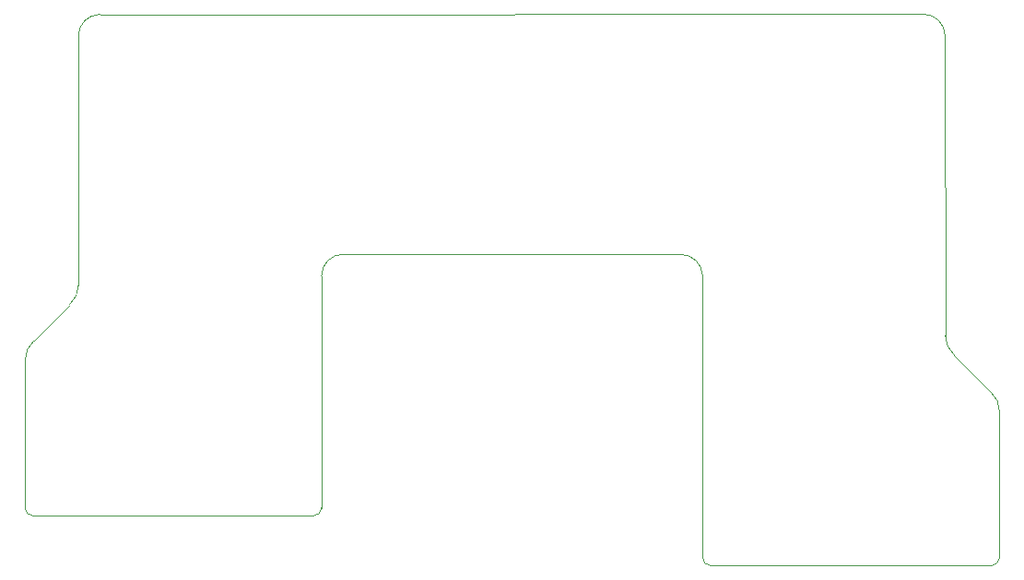
<source format=gbr>
%TF.GenerationSoftware,KiCad,Pcbnew,(6.0.0)*%
%TF.CreationDate,2023-04-02T19:11:57+10:00*%
%TF.ProjectId,cpq-fpc-flex,6370712d-6670-4632-9d66-6c65782e6b69,rev?*%
%TF.SameCoordinates,Original*%
%TF.FileFunction,Profile,NP*%
%FSLAX46Y46*%
G04 Gerber Fmt 4.6, Leading zero omitted, Abs format (unit mm)*
G04 Created by KiCad (PCBNEW (6.0.0)) date 2023-04-02 19:11:57*
%MOMM*%
%LPD*%
G01*
G04 APERTURE LIST*
%TA.AperFunction,Profile*%
%ADD10C,0.100000*%
%TD*%
G04 APERTURE END LIST*
D10*
X112762783Y-115175648D02*
X112750000Y-128749999D01*
X112750000Y-128749999D02*
G75*
G03*
X113499999Y-129500000I750000J-1D01*
G01*
X113573300Y-113400648D02*
G75*
G03*
X112762783Y-115175648I1538344J-1775006D01*
G01*
X119650000Y-83375000D02*
G75*
G03*
X117650000Y-85375000I-1J-1999999D01*
G01*
X175000000Y-133324999D02*
X175000000Y-107450000D01*
X175749999Y-134075000D02*
X201525000Y-134075000D01*
X202275000Y-133325000D02*
X202275000Y-119875000D01*
X201525000Y-134075000D02*
G75*
G03*
X202275000Y-133325000I0J750000D01*
G01*
X197300000Y-112925000D02*
G75*
G03*
X198110517Y-114700000I2348848J0D01*
G01*
X117650000Y-85375000D02*
X117662215Y-108300649D01*
X195275002Y-83349999D02*
X119650000Y-83375000D01*
X116851698Y-110075649D02*
G75*
G03*
X117662215Y-108300649I-1538331J1775000D01*
G01*
X198110517Y-114700000D02*
X201476698Y-118100649D01*
X202275000Y-119875000D02*
G75*
G03*
X201476698Y-118100649I-2313735J25781D01*
G01*
X142000000Y-105425000D02*
G75*
G03*
X140000000Y-107425000I-1J-1999999D01*
G01*
X173000001Y-105449999D02*
X142000000Y-105425000D01*
X140000000Y-107425000D02*
X140000000Y-128750000D01*
X116851698Y-110075649D02*
X113573300Y-113400648D01*
X139250000Y-129500000D02*
G75*
G03*
X140000000Y-128750000I0J750000D01*
G01*
X197275002Y-85349999D02*
X197300000Y-112925000D01*
X175000000Y-133324999D02*
G75*
G03*
X175749999Y-134075000I750000J-1D01*
G01*
X197275002Y-85349999D02*
G75*
G03*
X195275002Y-83349999I-2000002J-2D01*
G01*
X139250000Y-129500000D02*
X113499999Y-129500000D01*
X175000000Y-107450000D02*
G75*
G03*
X173000001Y-105449999I-2000000J1D01*
G01*
M02*

</source>
